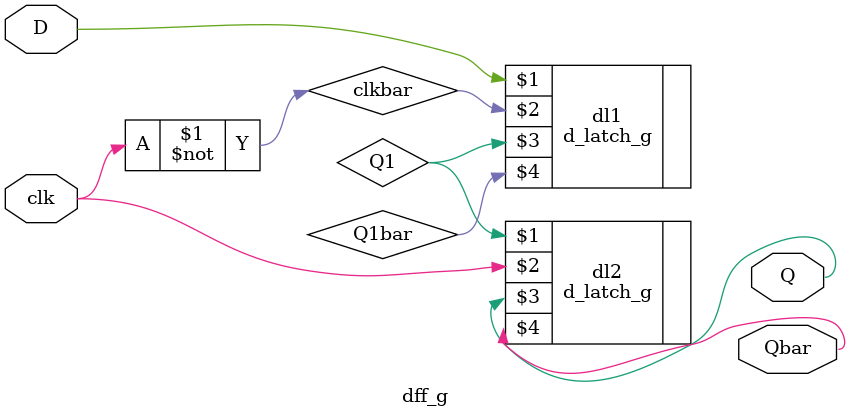
<source format=v>
module dff_g (
    input wire D, clk,
    output wire Q, Qbar  
);    
    wire clkbar, Q1, Q1bar;
    not n1 (clkbar, clk);
    d_latch_g dl1 (D, clkbar, Q1, Q1bar);
    d_latch_g dl2 (Q1, clk, Q, Qbar);
endmodule


</source>
